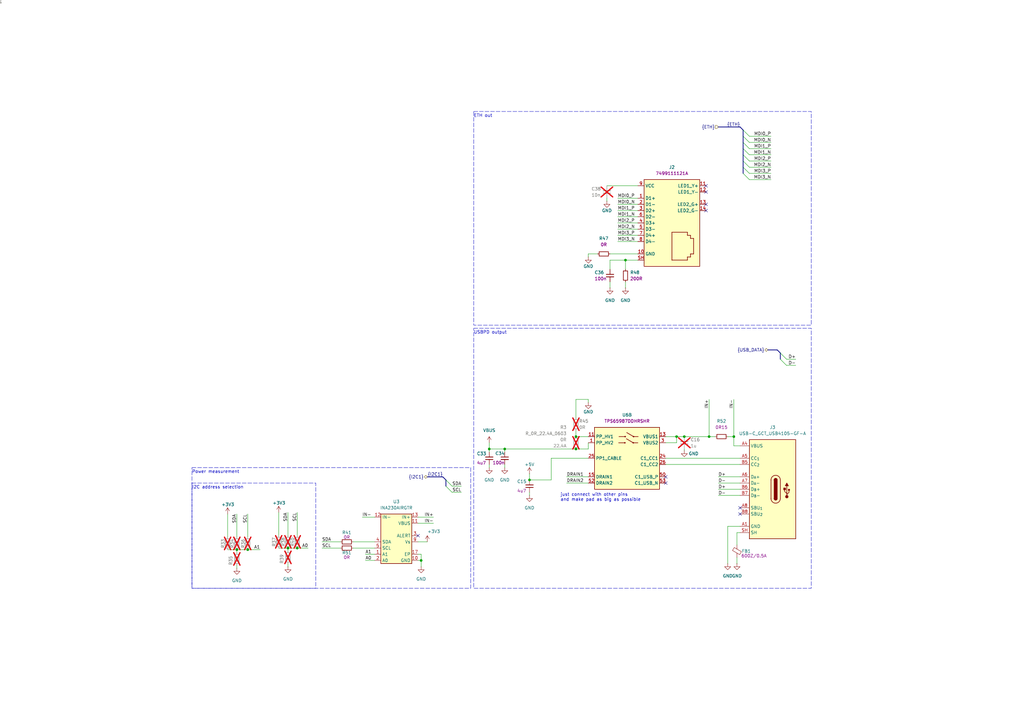
<source format=kicad_sch>
(kicad_sch (version 20230121) (generator eeschema)
  (paper "A3")
  (lib_symbols
    (symbol "C_100n_0402_1" (pin_numbers hide) (pin_names hide)
      (property "Reference" "C" (at 20.32 -5.08 0))
      (property "Val" "100n" (at 20.32 -7.62 0))
      (symbol "C_100n_0402_1_0_1"
        (polyline (pts (xy 2.032 -1.524) (xy 2.032 1.524)) (stroke (width 0.3048)))
        (polyline (pts (xy 3.048 -1.524) (xy 3.048 1.524)) (stroke (width 0.3302)))
      )
      (symbol "C_100n_0402_1_1_1"
        (pin passive line (at 0 0 0) (length 2.032) (name "~") (number "1"))
        (pin passive line (at 5.08 0 180) (length 2.032) (name "~") (number "2"))
      )
    )
    (symbol "antmicroCapacitors0402:C_100n_0402" (pin_numbers hide) (pin_names hide)
      (property "Reference" "C" (at 20.32 -5.08 0))
      (property "Val" "100n" (at 20.32 -7.62 0))
      (symbol "C_100n_0402_0_1"
        (polyline (pts (xy 2.032 -1.524) (xy 2.032 1.524)) (stroke (width 0.3048)))
        (polyline (pts (xy 3.048 -1.524) (xy 3.048 1.524)) (stroke (width 0.3302)))
      )
      (symbol "C_100n_0402_1_1"
        (pin passive line (at 0 0 0) (length 2.032) (name "~") (number "1"))
        (pin passive line (at 5.08 0 180) (length 2.032) (name "~") (number "2"))
      )
    )
    (symbol "antmicroCapacitors0402:C_1u_25V_0402" (pin_numbers hide) (pin_names hide)
      (property "Reference" "C" (at 20.32 -5.08 0))
      (property "Val" "1u" (at 20.32 -7.62 0))
      (symbol "C_1u_25V_0402_0_1"
        (polyline (pts (xy 2.032 -1.524) (xy 2.032 1.524)) (stroke (width 0.3048)))
        (polyline (pts (xy 3.048 -1.524) (xy 3.048 1.524)) (stroke (width 0.3302)))
      )
      (symbol "C_1u_25V_0402_1_1"
        (pin passive line (at 0 0 0) (length 2.032) (name "~") (number "1"))
        (pin passive line (at 5.08 0 180) (length 2.032) (name "~") (number "2"))
      )
    )
    (symbol "antmicroCapacitors0402:C_4u7_25V_0402" (pin_numbers hide) (pin_names hide)
      (property "Reference" "C" (at 20.32 -5.08 0))
      (property "Val" "4u7" (at 20.32 -7.62 0))
      (symbol "C_4u7_25V_0402_0_1"
        (polyline (pts (xy 2.032 -1.524) (xy 2.032 1.524)) (stroke (width 0.3048)))
        (polyline (pts (xy 3.048 -1.524) (xy 3.048 1.524)) (stroke (width 0.3302)))
      )
      (symbol "C_4u7_25V_0402_1_1"
        (pin passive line (at 0 0 0) (length 2.032) (name "~") (number "1"))
        (pin passive line (at 5.08 0 180) (length 2.032) (name "~") (number "2"))
      )
    )
    (symbol "antmicroCapacitors0603:C_10n_0603" (pin_numbers hide) (pin_names hide)
      (property "Reference" "C" (at 20.32 -5.08 0))
      (property "Val" "10n" (at 20.32 -7.62 0))
      (symbol "C_10n_0603_0_1"
        (polyline (pts (xy 2.032 -1.524) (xy 2.032 1.524)) (stroke (width 0.3048)))
        (polyline (pts (xy 3.048 -1.524) (xy 3.048 1.524)) (stroke (width 0.3302)))
      )
      (symbol "C_10n_0603_1_1"
        (pin passive line (at 0 0 0) (length 2.032) (name "~") (number "1"))
        (pin passive line (at 5.08 0 180) (length 2.032) (name "~") (number "2"))
      )
    )
    (symbol "antmicroFerriteBeadsandChips:FB_600Z_0.5A_Murata-BLM18AG_0603" (pin_numbers hide) (pin_names hide)
      (property "Reference" "FB" (at 15.24 0 0))
      (property "Val" "600Z/0.5A" (at 15.24 -5.08 0))
      (symbol "FB_600Z_0.5A_Murata-BLM18AG_0603_0_1"
        (polyline (pts (xy 1.651 0) (xy 1.2446 0)))
        (polyline (pts (xy 3.81 0) (xy 3.3274 0)))
        (polyline (pts (xy 2.2606 -1.8288) (xy 1.0414 -1.1176) (xy 2.7432 1.8288) (xy 3.9624 1.1176) (xy 2.2606 -1.8288)))
      )
      (symbol "FB_600Z_0.5A_Murata-BLM18AG_0603_1_1"
        (pin passive line (at 0 0 0) (length 1.27) (name "~") (number "1"))
        (pin passive line (at 5.08 0 180) (length 1.27) (name "~") (number "2"))
      )
    )
    (symbol "antmicroInterfaceControllers:TPS65987DDHRSHR"
      (property "Reference" "U" (at 50.8 5.08 0))
      (property "MPN" "TPS65987DDHRSHR" (at 50.8 2.54 0))
      (symbol "TPS65987DDHRSHR_1_1"
        (rectangle (start 2.54 2.54) (end 33.02 -76.2) (stroke (width 0.254)) (fill (type background)))
        (pin input line (at 0 -34.29 0) (length 2.54) (name "ADCIN2") (number "10"))
        (pin bidirectional line (at 35.56 0 180) (length 2.54) (name "GPIO0") (number "16"))
        (pin bidirectional line (at 35.56 -2.54 180) (length 2.54) (name "GPIO1") (number "17"))
        (pin bidirectional line (at 35.56 -5.08 180) (length 2.54) (name "GPIO2") (number "18"))
        (pin power_in line (at 0 -71.12 0) (length 2.54) (name "GND") (number "20"))
        (pin bidirectional line (at 35.56 -13.97 180) (length 2.54) (name "I2C3_SCL") (number "21"))
        (pin bidirectional line (at 35.56 -16.51 180) (length 2.54) (name "I2C3_SDA") (number "22"))
        (pin bidirectional line (at 35.56 -19.05 180) (length 2.54) (name "~{I2C3_IRQ}") (number "23"))
        (pin bidirectional line (at 35.56 -60.96 180) (length 2.54) (name "I2C1_SCL") (number "27"))
        (pin bidirectional line (at 35.56 -63.5 180) (length 2.54) (name "I2C1_SDA") (number "28"))
        (pin output line (at 35.56 -58.42 180) (length 2.54) (name "~{I2C1_IRQ}") (number "29"))
        (pin bidirectional line (at 35.56 -7.62 180) (length 2.54) (name "GPIO3") (number "30"))
        (pin bidirectional line (at 35.56 -10.16 180) (length 2.54) (name "GPIO4") (number "31"))
        (pin bidirectional line (at 35.56 -71.12 180) (length 2.54) (name "I2C2_SCL") (number "32"))
        (pin bidirectional line (at 35.56 -73.66 180) (length 2.54) (name "I2C2_SDA") (number "33"))
        (pin output line (at 35.56 -68.58 180) (length 2.54) (name "~{I2C2_IRQ}") (number "34"))
        (pin power_out line (at 0 -2.54 0) (length 2.54) (name "LDO_1V8") (number "35"))
        (pin bidirectional line (at 35.56 -22.86 180) (length 2.54) (name "SPI_POCI") (number "36"))
        (pin bidirectional line (at 35.56 -25.4 180) (length 2.54) (name "SPI_PICO") (number "37"))
        (pin bidirectional line (at 35.56 -27.94 180) (length 2.54) (name "SPI_CLK") (number "38"))
        (pin bidirectional line (at 35.56 -30.48 180) (length 2.54) (name "~{SPI_CS}") (number "39"))
        (pin bidirectional line (at 35.56 -34.29 180) (length 2.54) (name "GPIO12") (number "40"))
        (pin bidirectional line (at 35.56 -36.83 180) (length 2.54) (name "GPIO13") (number "41"))
        (pin bidirectional line (at 35.56 -39.37 180) (length 2.54) (name "GPIO14") (number "42"))
        (pin bidirectional line (at 35.56 -41.91 180) (length 2.54) (name "GPIO15") (number "43"))
        (pin input line (at 0 -13.97 0) (length 2.54) (name "HRESET") (number "44"))
        (pin passive line (at 0 -71.12 0) (length 2.54) hide (name "GND") (number "45"))
        (pin passive line (at 0 -71.12 0) (length 2.54) hide (name "GND") (number "46"))
        (pin passive line (at 0 -71.12 0) (length 2.54) hide (name "GND") (number "47"))
        (pin bidirectional line (at 35.56 -44.45 180) (length 2.54) (name "GPIO16") (number "48"))
        (pin bidirectional line (at 35.56 -46.99 180) (length 2.54) (name "GPIO17") (number "49"))
        (pin power_in line (at 0 0 0) (length 2.54) (name "VIN_3V3") (number "5"))
        (pin passive line (at 0 -71.12 0) (length 2.54) hide (name "GND") (number "51"))
        (pin bidirectional line (at 35.56 -52.07 180) (length 2.54) (name "GPIO20") (number "54"))
        (pin bidirectional line (at 35.56 -54.61 180) (length 2.54) (name "GPIO21") (number "55"))
        (pin power_in line (at 0 -73.66 0) (length 2.54) (name "GND_EP") (number "59"))
        (pin input line (at 0 -22.86 0) (length 2.54) (name "ADCIN1") (number "6"))
        (pin power_out line (at 0 -5.08 0) (length 2.54) (name "LDO_3V3") (number "9"))
      )
      (symbol "TPS65987DDHRSHR_2_1"
        (polyline (pts (xy 11.303 0) (xy 13.208 0)) (stroke (width 0.254)) (fill (type background)))
        (polyline (pts (xy 11.43 -2.54) (xy 13.335 -2.54)) (stroke (width 0.254)) (fill (type background)))
        (polyline (pts (xy 13.208 0) (xy 16.002 1.651)) (stroke (width 0.254)) (fill (type background)))
        (polyline (pts (xy 13.335 -2.54) (xy 16.129 -0.889)) (stroke (width 0.254)) (fill (type background)))
        (polyline (pts (xy 19.177 0) (xy 16.637 0)) (stroke (width 0.254)) (fill (type background)))
        (polyline (pts (xy 19.304 -2.54) (xy 16.764 -2.54)) (stroke (width 0.254)) (fill (type background)))
        (rectangle (start 2.54 3.81) (end 29.21 -21.59) (stroke (width 0.254)) (fill (type background)))
        (circle (center 13.208 0) (radius 0.1796) (stroke (width 0.254)) (fill (type background)))
        (circle (center 13.335 -2.54) (radius 0.1796) (stroke (width 0.254)) (fill (type background)))
        (circle (center 16.637 0) (radius 0.1796) (stroke (width 0.254)) (fill (type background)))
        (circle (center 16.764 -2.54) (radius 0.1796) (stroke (width 0.254)) (fill (type background)))
        (pin bidirectional line (at 31.75 -2.54 180) (length 2.54) (name "PP_HV2") (number "1"))
        (pin bidirectional line (at 31.75 0 180) (length 2.54) (name "PP_HV1") (number "11"))
        (pin bidirectional line (at 0 0 0) (length 2.54) (name "VBUS1") (number "13"))
        (pin passive line (at 31.75 -16.51 180) (length 2.54) (name "DRAIN1") (number "15"))
        (pin passive line (at 31.75 -16.51 180) (length 2.54) hide (name "DRAIN1") (number "19"))
        (pin bidirectional line (at 0 -8.89 0) (length 2.54) (name "C1_CC1") (number "24"))
        (pin power_in line (at 31.75 -8.89 180) (length 2.54) (name "PP1_CABLE") (number "25"))
        (pin bidirectional line (at 0 -11.43 0) (length 2.54) (name "C1_CC2") (number "26"))
        (pin bidirectional line (at 0 -2.54 0) (length 2.54) (name "VBUS2") (number "3"))
        (pin bidirectional line (at 0 -16.51 0) (length 2.54) (name "C1_USB_P") (number "50"))
        (pin passive line (at 31.75 -19.05 180) (length 2.54) (name "DRAIN2") (number "52"))
        (pin bidirectional line (at 0 -19.05 0) (length 2.54) (name "C1_USB_N") (number "53"))
        (pin passive line (at 31.75 -19.05 180) (length 2.54) hide (name "DRAIN2") (number "56"))
        (pin passive line (at 31.75 -19.05 180) (length 2.54) hide (name "DRAIN2") (number "57"))
        (pin passive line (at 31.75 -16.51 180) (length 2.54) hide (name "DRAIN1") (number "58"))
        (pin passive line (at 31.75 -19.05 180) (length 2.54) hide (name "DRAIN2") (number "7"))
        (pin passive line (at 31.75 -16.51 180) (length 2.54) hide (name "DRAIN1") (number "8"))
      )
    )
    (symbol "antmicroModularConnectorsJacksWithMagnetics:Bus_RJ45_7499111121A"
      (property "Reference" "J" (at 41.91 0 0))
      (property "MPN" "7499111121A" (at 41.91 -10.16 0))
      (symbol "Bus_RJ45_7499111121A_1_1"
        (polyline (pts (xy 13.97 -30.48) (xy 13.97 -19.05)) (stroke (width 0.254)) (fill (type background)))
        (polyline (pts (xy 13.97 -19.05) (xy 20.32 -19.05)) (stroke (width 0.254)) (fill (type background)))
        (polyline (pts (xy 20.32 -30.48) (xy 13.97 -30.48)) (stroke (width 0.254)) (fill (type background)))
        (polyline (pts (xy 20.32 -30.48) (xy 20.32 -29.21)) (stroke (width 0.254)) (fill (type background)))
        (polyline (pts (xy 20.32 -29.21) (xy 21.59 -29.21)) (stroke (width 0.254)) (fill (type background)))
        (polyline (pts (xy 20.32 -20.32) (xy 21.59 -20.32)) (stroke (width 0.254)) (fill (type background)))
        (polyline (pts (xy 20.32 -19.05) (xy 20.32 -20.32)) (stroke (width 0.254)) (fill (type background)))
        (polyline (pts (xy 21.59 -29.21) (xy 21.59 -27.94)) (stroke (width 0.254)) (fill (type background)))
        (polyline (pts (xy 21.59 -27.94) (xy 22.86 -27.94)) (stroke (width 0.254)) (fill (type background)))
        (polyline (pts (xy 21.59 -21.59) (xy 22.86 -21.59)) (stroke (width 0.254)) (fill (type background)))
        (polyline (pts (xy 21.59 -20.32) (xy 21.59 -21.59)) (stroke (width 0.254)) (fill (type background)))
        (polyline (pts (xy 22.86 -21.59) (xy 22.86 -27.94)) (stroke (width 0.254)) (fill (type background)))
        (rectangle (start 2.54 2.54) (end 25.4 -33.02) (stroke (width 0.254)) (fill (type background)))
        (pin bidirectional line (at 0 -5.08 0) (length 2.54) (name "D1+") (number "1"))
        (pin power_in line (at 0 -27.94 0) (length 2.54) (name "GND") (number "10"))
        (pin passive line (at 27.94 0 180) (length 2.54) (name "LED1_Y+") (number "11"))
        (pin passive line (at 27.94 -2.54 180) (length 2.54) (name "LED1_Y-") (number "12"))
        (pin passive line (at 27.94 -7.62 180) (length 2.54) (name "LED2_G+") (number "13"))
        (pin passive line (at 27.94 -10.16 180) (length 2.54) (name "LED2_G-") (number "14"))
        (pin bidirectional line (at 0 -7.62 0) (length 2.54) (name "D1-") (number "2"))
        (pin bidirectional line (at 0 -10.16 0) (length 2.54) (name "D2+") (number "3"))
        (pin bidirectional line (at 0 -15.24 0) (length 2.54) (name "D3+") (number "4"))
        (pin bidirectional line (at 0 -17.78 0) (length 2.54) (name "D3-") (number "5"))
        (pin bidirectional line (at 0 -12.7 0) (length 2.54) (name "D2-") (number "6"))
        (pin bidirectional line (at 0 -20.32 0) (length 2.54) (name "D4+") (number "7"))
        (pin bidirectional line (at 0 -22.86 0) (length 2.54) (name "D4-") (number "8"))
        (pin power_in line (at 0 0 0) (length 2.54) (name "VCC") (number "9"))
        (pin passive line (at 0 -30.48 0) (length 2.54) (name "~") (number "SH"))
        (pin passive line (at 0 -30.48 0) (length 2.54) hide (name "~") (number "SH"))
      )
    )
    (symbol "antmicroPowerMeasurement:INA230AIRGTR"
      (property "Reference" "U" (at 31.75 -2.54 0))
      (property "Value" "INA230AIRGTR" (at 31.75 -15.24 0))
      (symbol "INA230AIRGTR_1_1"
        (rectangle (start 2.54 0) (end 15.24 -20.32) (stroke (width 0.254)) (fill (type background)))
        (pin input line (at 0 -16.51 0) (length 2.54) (name "A1") (number "1"))
        (pin power_in line (at 17.78 -19.05 180) (length 2.54) (name "GND") (number "10"))
        (pin passive line (at 17.78 -3.81 180) (length 2.54) (name "VBUS") (number "11"))
        (pin passive line (at 0 -1.27 0) (length 2.54) (name "IN-") (number "12"))
        (pin passive line (at 17.78 -1.27 180) (length 2.54) (name "IN+") (number "13"))
        (pin no_connect line (at 5.08 6.35 270) (length 2.54) hide (name "NC") (number "14"))
        (pin no_connect line (at 15.24 6.35 270) (length 2.54) hide (name "NC") (number "15"))
        (pin no_connect line (at 12.7 6.35 270) (length 2.54) hide (name "NC") (number "16"))
        (pin unspecified line (at 17.78 -16.51 180) (length 2.54) (name "EP") (number "17"))
        (pin input line (at 0 -19.05 0) (length 2.54) (name "A0") (number "2"))
        (pin open_collector line (at 17.78 -8.89 180) (length 2.54) (name "ALERT") (number "3"))
        (pin open_collector line (at 0 -11.43 0) (length 2.54) (name "SDA") (number "4"))
        (pin open_collector line (at 0 -13.97 0) (length 2.54) (name "SCL") (number "5"))
        (pin no_connect line (at 7.62 6.35 270) (length 2.54) hide (name "NC") (number "6"))
        (pin no_connect line (at 2.54 6.35 270) (length 2.54) hide (name "NC") (number "7"))
        (pin no_connect line (at 10.16 6.35 270) (length 2.54) hide (name "NC") (number "8"))
        (pin power_in line (at 17.78 -11.43 180) (length 2.54) (name "Vs") (number "9"))
      )
    )
    (symbol "antmicroResistors0402:R_0R_0402" (pin_numbers hide) (pin_names hide)
      (property "Reference" "R" (at 20.32 -5.08 0))
      (property "Val" "0R" (at 20.32 -7.62 0))
      (symbol "R_0R_0402_0_1"
        (rectangle (start 0.635 0.889) (end 4.445 -0.889) (stroke (width 0.254)))
      )
      (symbol "R_0R_0402_1_1"
        (pin passive line (at 0 0 0) (length 0.635) (name "~") (number "1"))
        (pin passive line (at 5.08 0 180) (length 0.635) (name "~") (number "2"))
      )
    )
    (symbol "antmicroResistors0402:R_200R_0402" (pin_numbers hide) (pin_names hide)
      (property "Reference" "R" (at 20.32 -5.08 0))
      (property "Val" "200R" (at 20.32 -7.62 0))
      (symbol "R_200R_0402_0_1"
        (rectangle (start 0.635 0.889) (end 4.445 -0.889) (stroke (width 0.254)))
      )
      (symbol "R_200R_0402_1_1"
        (pin passive line (at 0 0 0) (length 0.635) (name "~") (number "1"))
        (pin passive line (at 5.08 0 180) (length 0.635) (name "~") (number "2"))
      )
    )
    (symbol "antmicroResistors0603:R_0R_22.4A_0603" (pin_numbers hide) (pin_names hide)
      (property "Reference" "R" (at 15.24 -2.54 0))
      (property "Value" "R_0R_22.4A_0603" (at 15.24 -5.08 0))
      (property "Val" "0R" (at 15.24 -7.62 0))
      (property "Max. Curr." "22.4A" (at 15.24 -20.32 0))
      (symbol "R_0R_22.4A_0603_0_1"
        (rectangle (start 0.635 0.889) (end 4.445 -0.889) (stroke (width 0.254)))
      )
      (symbol "R_0R_22.4A_0603_1_1"
        (pin passive line (at 0 0 0) (length 0.635) (name "~") (number "1"))
        (pin passive line (at 5.08 0 180) (length 0.635) (name "~") (number "2"))
      )
    )
    (symbol "antmicroResistorsmisc:R_0R15_2010" (pin_numbers hide) (pin_names hide)
      (property "Reference" "R" (at 20.32 -5.08 0))
      (property "Val" "0R15" (at 20.32 -7.62 0))
      (symbol "R_0R15_2010_0_1"
        (rectangle (start 0.635 0.889) (end 4.445 -0.889) (stroke (width 0.254)))
      )
      (symbol "R_0R15_2010_1_1"
        (pin passive line (at 0 0 0) (length 0.635) (name "~") (number "1"))
        (pin passive line (at 5.08 0 180) (length 0.635) (name "~") (number "2"))
      )
    )
    (symbol "antmicroUSBConnectors:USB-C_GCT_USB4105-GF-A"
      (property "Reference" "J" (at 38.1 -2.54 0))
      (property "Value" "USB-C_GCT_USB4105-GF-A" (at 38.1 -5.08 0))
      (symbol "USB-C_GCT_USB4105-GF-A_1_1"
        (rectangle (start -22.86 2.54) (end -3.81 -38.1) (stroke (width 0.254)) (fill (type background)))
        (circle (center -20.066 -18.034) (radius 0.284) (stroke (width 0.254)) (fill (type outline)))
        (circle (center -19.177 -20.828) (radius 0.5236) (stroke (width 0.254)) (fill (type outline)))
        (rectangle (start -18.669 -18.034) (end -17.907 -17.272) (stroke (width 0.254)) (fill (type outline)))
        (arc (start -16.51 -21.59) (mid -14.605 -23.4867) (end -12.7 -21.59) (stroke (width 0.254)) (fill (type background)))
        (arc (start -15.24 -21.59) (mid -14.605 -22.2223) (end -13.97 -21.59) (stroke (width 0.254)) (fill (type outline)))
        (arc (start -15.24 -21.59) (mid -14.605 -22.2223) (end -13.97 -21.59) (stroke (width 0.254)) (fill (type background)))
        (rectangle (start -15.24 -21.59) (end -13.97 -13.97) (stroke (width 0.254)) (fill (type outline)))
        (arc (start -13.97 -13.97) (mid -14.605 -13.3377) (end -15.24 -13.97) (stroke (width 0.254)) (fill (type outline)))
        (arc (start -13.97 -13.97) (mid -14.605 -13.3377) (end -15.24 -13.97) (stroke (width 0.254)) (fill (type background)))
        (arc (start -12.7 -13.97) (mid -14.605 -12.0733) (end -16.51 -13.97) (stroke (width 0.254)) (fill (type background)))
        (polyline (pts (xy -19.177 -20.701) (xy -19.177 -16.383)) (stroke (width 0.254)) (fill (type background)))
        (polyline (pts (xy -16.51 -21.59) (xy -16.51 -13.97)) (stroke (width 0.254)) (fill (type background)))
        (polyline (pts (xy -12.7 -13.97) (xy -12.7 -21.59)) (stroke (width 0.254)) (fill (type background)))
        (polyline (pts (xy -19.177 -19.939) (xy -20.066 -19.05) (xy -20.066 -18.415)) (stroke (width 0.254)) (fill (type background)))
        (polyline (pts (xy -19.177 -19.558) (xy -18.288 -18.669) (xy -18.288 -18.034)) (stroke (width 0.254)) (fill (type background)))
        (polyline (pts (xy -19.812 -16.383) (xy -19.177 -15.24) (xy -18.542 -16.383) (xy -19.812 -16.383)) (stroke (width 0.254)) (fill (type outline)))
        (pin power_in line (at 0 -33.02 180) (length 3.81) (name "GND") (number "A1"))
        (pin passive line (at 0 -33.02 180) (length 3.81) hide (name "GND") (number "A12"))
        (pin passive line (at 0 0 180) (length 3.81) (name "VBUS") (number "A4"))
        (pin bidirectional line (at 0 -5.08 180) (length 3.81) (name "CC_{1}") (number "A5"))
        (pin bidirectional line (at 0 -12.7 180) (length 3.81) (name "D_{A}+") (number "A6"))
        (pin bidirectional line (at 0 -15.24 180) (length 3.81) (name "D_{A}-") (number "A7"))
        (pin bidirectional line (at 0 -25.4 180) (length 3.81) (name "SBU_{1}") (number "A8"))
        (pin passive line (at 0 0 180) (length 3.81) hide (name "VBUS") (number "A9"))
        (pin passive line (at 0 -33.02 180) (length 3.81) hide (name "GND") (number "B1"))
        (pin passive line (at 0 -33.02 180) (length 3.81) hide (name "GND") (number "B12"))
        (pin passive line (at 0 0 180) (length 3.81) hide (name "VBUS") (number "B4"))
        (pin bidirectional line (at 0 -7.62 180) (length 3.81) (name "CC_{2}") (number "B5"))
        (pin bidirectional line (at 0 -17.78 180) (length 3.81) (name "D_{B}+") (number "B6"))
        (pin bidirectional line (at 0 -20.32 180) (length 3.81) (name "D_{B}-") (number "B7"))
        (pin bidirectional line (at 0 -27.94 180) (length 3.81) (name "SBU_{2}") (number "B8"))
        (pin passive line (at 0 0 180) (length 3.81) hide (name "VBUS") (number "B9"))
        (pin passive line (at 0 -35.56 180) (length 3.81) (name "SH") (number "SH"))
      )
    )
    (symbol "antmicropower:+3V3" (power) (pin_numbers hide) (pin_names hide)
      (property "Value" "+3V3" (at -3.175 2.54 0))
      (symbol "+3V3_0_1"
        (polyline (pts (xy 0 0) (xy 0 2.54)))
        (polyline (pts (xy 0 2.54) (xy -0.762 1.27)))
        (polyline (pts (xy 0 2.54) (xy 0.762 1.27)))
      )
      (symbol "+3V3_1_1"
        (pin power_in line (at 0 0 90) (length 0) hide (name "+3V3") (number "1"))
      )
    )
    (symbol "antmicropower:+5V" (power) (pin_numbers hide) (pin_names hide)
      (property "Value" "+5V" (at 15.24 -5.08 0))
      (symbol "+5V_1_1"
        (polyline (pts (xy -0.762 1.27) (xy 0 2.54)) (fill (type background)))
        (polyline (pts (xy 0 0) (xy 0 2.54)) (fill (type background)))
        (polyline (pts (xy 0 2.54) (xy 0.762 1.27)) (fill (type background)))
        (pin power_in line (at 0 0 90) (length 0) (name "+5V") (number "1"))
      )
    )
    (symbol "antmicropower:GND" (power) (pin_numbers hide) (pin_names hide)
      (property "Value" "GND" (at 8.89 -5.08 0))
      (symbol "GND_1_1"
        (polyline (pts (xy 0 0) (xy 0 -1.27) (xy 1.27 -1.27) (xy 0 -2.54) (xy -1.27 -1.27) (xy 0 -1.27)))
        (pin power_in line (at 0 0 270) (length 0) (name "GND") (number "1"))
      )
    )
    (symbol "antmicropower:VBUS" (power) (pin_names (offset 0))
      (property "Value" "VBUS" (at 0 3.81 0))
      (symbol "VBUS_0_1"
        (polyline (pts (xy -0.762 1.27) (xy 0 2.54)))
        (polyline (pts (xy 0 0) (xy 0 2.54)))
        (polyline (pts (xy 0 2.54) (xy 0.762 1.27)))
      )
      (symbol "VBUS_1_1"
        (pin power_in line (at 0 0 90) (length 0) hide (name "VBUS") (number "1"))
      )
    )
  )
  (junction (at 97.155 225.425))
  (junction (at 277.495 179.07))
  (junction (at 280.67 179.07))
  (junction (at 300.99 179.07))
  (junction (at 101.6 225.425))
  (junction (at 256.54 106.68))
  (junction (at 217.17 196.85))
  (junction (at 236.22 184.15))
  (junction (at 172.72 229.87))
  (junction (at 121.92 224.79))
  (junction (at 236.22 179.07))
  (junction (at 200.66 184.15))
  (junction (at 290.83 179.07))
  (junction (at 207.01 184.15))
  (junction (at 118.11 224.79))
  (no_connect (at 303.53 210.82))
  (no_connect (at 273.05 195.58))
  (no_connect (at 171.45 219.71))
  (no_connect (at 289.56 83.82))
  (no_connect (at 289.56 78.74))
  (no_connect (at 303.53 208.28))
  (no_connect (at 289.56 86.36))
  (no_connect (at 273.05 198.12))
  (no_connect (at 289.56 76.2))
  (bus_entry (at 322.58 147.32) (size -2.54 -2.54))
  (bus_entry (at 304.8 53.34) (size 2.54 2.54))
  (bus_entry (at 304.8 63.5) (size 2.54 2.54))
  (bus_entry (at 185.42 201.93) (size -2.54 -2.54))
  (bus_entry (at 185.42 199.39) (size -2.54 -2.54))
  (bus_entry (at 304.8 60.96) (size 2.54 2.54))
  (bus_entry (at 322.58 149.86) (size -2.54 -2.54))
  (bus_entry (at 304.8 66.04) (size 2.54 2.54))
  (bus_entry (at 304.8 58.42) (size 2.54 2.54))
  (bus_entry (at 304.8 68.58) (size 2.54 2.54))
  (bus_entry (at 304.8 71.12) (size 2.54 2.54))
  (bus_entry (at 304.8 55.88) (size 2.54 2.54))
  (wire (pts (xy 298.45 215.9) (xy 298.45 231.14)))
  (wire (pts (xy 316.23 63.5) (xy 307.34 63.5)))
  (wire (pts (xy 207.01 190.5) (xy 207.01 191.77)))
  (wire (pts (xy 185.42 201.93) (xy 189.23 201.93)))
  (wire (pts (xy 200.66 184.15) (xy 207.01 184.15)))
  (wire (pts (xy 121.92 224.79) (xy 126.365 224.79)))
  (wire (pts (xy 322.58 147.32) (xy 326.39 147.32)))
  (wire (pts (xy 149.86 229.87) (xy 153.67 229.87)))
  (wire (pts (xy 207.01 184.15) (xy 236.22 184.15)))
  (wire (pts (xy 273.05 190.5) (xy 303.53 190.5)))
  (bus (pts (xy 304.8 60.96) (xy 304.8 63.5)))
  (wire (pts (xy 232.41 198.12) (xy 241.3 198.12)))
  (wire (pts (xy 200.66 190.5) (xy 200.66 191.77)))
  (wire (pts (xy 290.83 179.07) (xy 293.37 179.07)))
  (bus (pts (xy 304.8 58.42) (xy 304.8 60.96)))
  (wire (pts (xy 172.72 229.87) (xy 171.45 229.87)))
  (wire (pts (xy 97.155 225.425) (xy 97.155 226.695)))
  (wire (pts (xy 316.23 73.66) (xy 307.34 73.66)))
  (bus (pts (xy 304.8 53.34) (xy 303.53 52.07)))
  (bus (pts (xy 304.8 55.88) (xy 304.8 58.42)))
  (wire (pts (xy 294.64 200.66) (xy 303.53 200.66)))
  (wire (pts (xy 302.26 228.6) (xy 302.26 231.14)))
  (wire (pts (xy 241.3 181.61) (xy 241.3 184.15)))
  (wire (pts (xy 248.92 81.28) (xy 248.92 82.55)))
  (wire (pts (xy 256.54 110.49) (xy 256.54 106.68)))
  (wire (pts (xy 277.495 179.07) (xy 280.67 179.07)))
  (wire (pts (xy 171.45 227.33) (xy 172.72 227.33)))
  (wire (pts (xy 241.3 104.14) (xy 241.3 105.41)))
  (wire (pts (xy 261.62 86.36) (xy 253.365 86.36)))
  (wire (pts (xy 273.05 181.61) (xy 277.495 181.61)))
  (wire (pts (xy 144.78 224.79) (xy 153.67 224.79)))
  (wire (pts (xy 316.23 60.96) (xy 307.34 60.96)))
  (wire (pts (xy 97.155 231.775) (xy 97.155 233.045)))
  (wire (pts (xy 101.6 210.82) (xy 101.6 220.345)))
  (wire (pts (xy 93.345 225.425) (xy 97.155 225.425)))
  (wire (pts (xy 294.64 195.58) (xy 303.53 195.58)))
  (wire (pts (xy 277.495 181.61) (xy 277.495 179.07)))
  (wire (pts (xy 256.54 115.57) (xy 256.54 118.11)))
  (wire (pts (xy 207.01 184.15) (xy 207.01 185.42)))
  (wire (pts (xy 217.17 194.31) (xy 217.17 196.85)))
  (wire (pts (xy 316.23 66.04) (xy 307.34 66.04)))
  (wire (pts (xy 171.45 212.09) (xy 177.8 212.09)))
  (wire (pts (xy 261.62 76.2) (xy 248.92 76.2)))
  (wire (pts (xy 273.05 179.07) (xy 277.495 179.07)))
  (wire (pts (xy 114.3 210.185) (xy 114.3 219.71)))
  (wire (pts (xy 236.22 184.15) (xy 241.3 184.15)))
  (wire (pts (xy 118.11 224.79) (xy 121.92 224.79)))
  (wire (pts (xy 236.22 171.45) (xy 236.22 163.83)))
  (wire (pts (xy 185.42 199.39) (xy 189.23 199.39)))
  (wire (pts (xy 250.19 106.68) (xy 256.54 106.68)))
  (wire (pts (xy 261.62 96.52) (xy 253.365 96.52)))
  (wire (pts (xy 250.19 106.68) (xy 250.19 110.49)))
  (wire (pts (xy 261.62 91.44) (xy 253.365 91.44)))
  (wire (pts (xy 149.86 227.33) (xy 153.67 227.33)))
  (wire (pts (xy 261.62 83.82) (xy 253.365 83.82)))
  (wire (pts (xy 261.62 93.98) (xy 253.365 93.98)))
  (wire (pts (xy 290.83 163.83) (xy 290.83 179.07)))
  (wire (pts (xy 226.06 196.85) (xy 226.06 187.96)))
  (wire (pts (xy 118.11 210.185) (xy 118.11 219.71)))
  (wire (pts (xy 302.26 218.44) (xy 302.26 223.52)))
  (bus (pts (xy 294.64 52.07) (xy 303.53 52.07)))
  (wire (pts (xy 118.11 231.14) (xy 118.11 232.41)))
  (wire (pts (xy 294.64 203.2) (xy 303.53 203.2)))
  (bus (pts (xy 175.26 195.58) (xy 181.61 195.58)))
  (wire (pts (xy 236.22 163.83) (xy 241.3 163.83)))
  (wire (pts (xy 250.19 115.57) (xy 250.19 118.11)))
  (wire (pts (xy 217.17 196.85) (xy 226.06 196.85)))
  (wire (pts (xy 280.67 179.07) (xy 290.83 179.07)))
  (wire (pts (xy 316.23 58.42) (xy 307.34 58.42)))
  (wire (pts (xy 261.62 88.9) (xy 253.365 88.9)))
  (bus (pts (xy 320.04 144.78) (xy 320.04 147.32)))
  (wire (pts (xy 114.3 224.79) (xy 118.11 224.79)))
  (wire (pts (xy 121.92 210.185) (xy 121.92 219.71)))
  (wire (pts (xy 261.62 104.14) (xy 250.19 104.14)))
  (wire (pts (xy 132.08 224.79) (xy 139.7 224.79)))
  (wire (pts (xy 245.11 104.14) (xy 241.3 104.14)))
  (wire (pts (xy 97.155 225.425) (xy 101.6 225.425)))
  (wire (pts (xy 300.99 182.88) (xy 303.53 182.88)))
  (wire (pts (xy 300.99 179.07) (xy 300.99 182.88)))
  (wire (pts (xy 261.62 99.06) (xy 253.365 99.06)))
  (bus (pts (xy 320.04 144.78) (xy 318.77 143.51)))
  (bus (pts (xy 304.8 53.34) (xy 304.8 55.88)))
  (wire (pts (xy 236.22 176.53) (xy 236.22 179.07)))
  (wire (pts (xy 200.66 181.61) (xy 200.66 184.15)))
  (bus (pts (xy 304.8 66.04) (xy 304.8 68.58)))
  (wire (pts (xy 118.11 224.79) (xy 118.11 226.06)))
  (wire (pts (xy 172.72 227.33) (xy 172.72 229.87)))
  (wire (pts (xy 171.45 222.25) (xy 175.26 222.25)))
  (wire (pts (xy 316.23 71.12) (xy 307.34 71.12)))
  (bus (pts (xy 314.96 143.51) (xy 318.77 143.51)))
  (bus (pts (xy 304.8 63.5) (xy 304.8 66.04)))
  (wire (pts (xy 236.22 179.07) (xy 241.3 179.07)))
  (wire (pts (xy 273.05 187.96) (xy 303.53 187.96)))
  (wire (pts (xy 322.58 149.86) (xy 326.39 149.86)))
  (bus (pts (xy 304.8 68.58) (xy 304.8 71.12)))
  (wire (pts (xy 97.155 210.82) (xy 97.155 220.345)))
  (wire (pts (xy 232.41 195.58) (xy 241.3 195.58)))
  (wire (pts (xy 303.53 215.9) (xy 298.45 215.9)))
  (wire (pts (xy 217.17 201.93) (xy 217.17 203.2)))
  (wire (pts (xy 132.08 222.25) (xy 139.7 222.25)))
  (wire (pts (xy 172.72 232.41) (xy 172.72 229.87)))
  (wire (pts (xy 256.54 106.68) (xy 261.62 106.68)))
  (wire (pts (xy 303.53 218.44) (xy 302.26 218.44)))
  (wire (pts (xy 144.78 222.25) (xy 153.67 222.25)))
  (wire (pts (xy 148.59 212.09) (xy 153.67 212.09)))
  (wire (pts (xy 241.3 163.83) (xy 241.3 165.1)))
  (wire (pts (xy 298.45 179.07) (xy 300.99 179.07)))
  (wire (pts (xy 200.66 184.15) (xy 200.66 185.42)))
  (wire (pts (xy 294.64 198.12) (xy 303.53 198.12)))
  (wire (pts (xy 316.23 68.58) (xy 307.34 68.58)))
  (bus (pts (xy 182.88 196.85) (xy 181.61 195.58)))
  (wire (pts (xy 171.45 214.63) (xy 177.8 214.63)))
  (wire (pts (xy 226.06 187.96) (xy 241.3 187.96)))
  (wire (pts (xy 316.23 55.88) (xy 307.34 55.88)))
  (wire (pts (xy 101.6 225.425) (xy 106.68 225.425)))
  (bus (pts (xy 182.88 199.39) (xy 182.88 196.85)))
  (wire (pts (xy 280.67 184.15) (xy 280.67 184.785)))
  (wire (pts (xy 300.99 163.83) (xy 300.99 179.07)))
  (wire (pts (xy 93.345 210.82) (xy 93.345 220.345)))
  (wire (pts (xy 253.365 81.28) (xy 261.62 81.28)))
  (rectangle (start 78.74 198.12) (end 129.54 241.3) (stroke (width 0) (type dash)))
  (rectangle (start 194.31 45.72) (end 332.74 133.35) (stroke (width 0) (type dash)))
  (rectangle (start 78.74 191.77) (end 193.04 241.3) (stroke (width 0) (type dash)))
  (rectangle (start 194.31 134.62) (end 332.74 241.3) (stroke (width 0) (type dash)))
  (text "just connect with other pins\nand make pad as big as possible" (at 229.87 205.74 0) (effects (font (size 1.27 1.27)) (justify left bottom)))
  (text "Power measurement" (at 78.74 194.31 0) (effects (font (size 1.27 1.27)) (justify left bottom)))
  (text "USBPD output" (at 194.31 137.16 0) (effects (font (size 1.27 1.27)) (justify left bottom)))
  (text "ETH out" (at 194.31 48.26 0) (effects (font (size 1.27 1.27)) (justify left bottom)))
  (text "I2C address selection" (at 78.74 200.66 0) (effects (font (size 1.27 1.27)) (justify left bottom)))
  (label "IN+" (at 290.83 163.83 270))
  (label "IN+" (at 177.8 212.09 180))
  (label "MDI2_P" (at 316.23 66.04 180))
  (label "D-" (at 294.64 203.2 0))
  (label "MDI1_P" (at 253.365 86.36 0))
  (label "MDI0_P" (at 316.23 55.88 180))
  (label "A1" (at 149.86 227.33 0))
  (label "A0" (at 126.365 224.79 180))
  (label "IN-" (at 177.8 214.63 180))
  (label "SCL" (at 132.08 224.79 0))
  (label "IN-" (at 300.99 163.83 270))
  (label "MDI1_N" (at 316.23 63.5 180))
  (label "SDA" (at 132.08 222.25 0))
  (label "A0" (at 149.86 229.87 0))
  (label "MDI1_P" (at 316.23 60.96 180))
  (label "MDI3_P" (at 253.365 96.52 0))
  (label "MDI0_N" (at 253.365 83.82 0))
  (label "D+" (at 326.39 147.32 180))
  (label "DRAIN1" (at 232.41 195.58 0))
  (label "{ETH}" (at 303.53 52.07 180))
  (label "MDI2_P" (at 253.365 91.44 0))
  (label "MDI3_P" (at 316.23 71.12 180))
  (label "SCL" (at 101.6 210.82 270))
  (label "MDI0_P" (at 253.365 81.28 0))
  (label "SDA" (at 118.11 210.185 270))
  (label "D-" (at 294.64 198.12 0))
  (label "SDA" (at 189.23 199.39 180))
  (label "MDI0_N" (at 316.23 58.42 180))
  (label "MDI1_N" (at 253.365 88.9 0))
  (label "SDA" (at 97.155 210.82 270))
  (label "{I2C1}" (at 181.61 195.58 180))
  (label "MDI2_N" (at 316.23 68.58 180))
  (label "DRAIN2" (at 232.41 198.12 0))
  (label "D+" (at 294.64 195.58 0))
  (label "SCL" (at 121.92 210.185 270))
  (label "MDI3_N" (at 253.365 99.06 0))
  (label "SCL" (at 189.23 201.93 180))
  (label "MDI2_N" (at 253.365 93.98 0))
  (label "D+" (at 294.64 200.66 0))
  (label "MDI3_N" (at 316.23 73.66 180))
  (label "A1" (at 106.68 225.425 180))
  (label "IN-" (at 148.59 212.09 0))
  (label "D-" (at 326.39 149.86 180))
  (hierarchical_label "{I2C1}" (shape bidirectional) (at 175.26 195.58 180))
  (hierarchical_label "{USB_DATA}" (shape bidirectional) (at 314.96 143.51 180))
  (hierarchical_label "{ETH}" (shape input) (at 294.64 52.07 180))
  (symbol (lib_id "antmicroResistors0402:R_0R_0402") (at 139.7 222.25 0) (unit 1)
    (property "Reference" "R41" (at 142.24 218.44 0))
    (property "Value" "R_0R_0402" (effects hide))
    (property "Footprint" "antmicro-footprints:R_0402_1005Metric" (effects hide))
    (property "Datasheet" "https://industrial.panasonic.com/cdbs/www-data/pdf/RDA0000/AOA0000C301.pdf" (effects hide))
    (property "MPN" "ERJ2GE0R00X" (effects hide))
    (property "Manufacturer" "Panasonic" (effects hide))
    (property "License" "Apache-2.0" (effects hide))
    (property "Author" "Antmicro" (effects hide))
    (property "Val" "0R" (at 142.24 220.345 0))
    (property "Current" "1A" (effects hide))
  )
  (symbol (lib_id "antmicropower:GND") (at 250.19 118.11 0) (unit 1)
    (property "Reference" "#PWR077" (effects hide))
    (property "Value" "GND" (at 250.19 123.19 0))
    (property "Author" "Antmicro" (effects hide))
    (property "License" "Apache-2.0" (effects hide))
  )
  (symbol (lib_id "antmicropower:GND") (at 298.45 231.14 0) (unit 1)
    (property "Reference" "#PWR070" (effects hide))
    (property "Value" "GND" (at 298.45 236.22 0))
    (property "Author" "Antmicro" (effects hide))
    (property "License" "Apache-2.0" (effects hide))
  )
  (symbol (lib_id "antmicroResistorsmisc:R_0R15_2010") (at 293.37 179.07 0) (unit 1)
    (property "Reference" "R52" (at 295.91 172.72 0))
    (property "Value" "R_0R15_2010" (effects hide))
    (property "Footprint" "antmicro-footprints:R_2010_5025Metric" (effects hide))
    (property "Datasheet" "https://www.bourns.com/docs/product-datasheets/cr.pdf" (effects hide))
    (property "MPN" "CR2010-FX-0R15ELF" (effects hide))
    (property "Manufacturer" "Bourns" (effects hide))
    (property "License" "Apache-2.0" (effects hide))
    (property "Author" "Antmicro" (effects hide))
    (property "Val" "0R15" (at 295.91 175.26 0))
    (property "Tolerance" "1%" (effects hide))
  )
  (symbol (lib_id "antmicropower:GND") (at 280.67 184.785 0) (unit 1)
    (property "Reference" "#PWR069" (effects hide))
    (property "Value" "GND" (at 284.48 186.055 0))
    (property "Author" "Antmicro" (effects hide))
    (property "License" "Apache-2.0" (effects hide))
  )
  (symbol (lib_id "antmicropower:VBUS") (at 200.66 181.61 0) (unit 1)
    (property "Reference" "#PWR068" (effects hide))
    (property "Value" "VBUS" (at 200.66 176.53 0))
  )
  (symbol (lib_id "antmicropower:GND") (at 241.3 165.1 0) (unit 1)
    (property "Reference" "#PWR079" (effects hide))
    (property "Value" "GND" (at 241.3 168.91 0))
    (property "Author" "Antmicro" (effects hide))
    (property "License" "Apache-2.0" (effects hide))
  )
  (symbol (lib_id "antmicroInterfaceControllers:TPS65987DDHRSHR") (at 273.05 179.07 0) (mirror y) (unit 2)
    (property "Reference" "U6" (at 257.175 170.18 0))
    (property "Value" "TPS65987DDHRSHR" (effects hide))
    (property "Footprint" "antmicro-footprints:IC_TPS65987DDHRSHR" (effects hide))
    (property "Datasheet" "https://www.ti.com/lit/ds/symlink/tps65987d.pdf?ts=1720696952762&ref_url=https%253A%252F%252Fwww.ti.com%252Fproduct%252FTPS65987D%253Fbm-verify%253DAAQAAAAJ_____-o1LmU18E_WILkZVvHcuKcPEfFwTS6tlsW23TXkZNPfmEOYosFoIDVa7Oh0Ev5AAtjNRV4ReLn5eUD6s97WJfgAA_3PhpK-eL4wPHvTUXD1m6m55vocQ48bEQGa5RdOjfzwFS_n64Qgq_LV0eCM8BpVDumG4dpzVJRXXmSapYB1T1asOudiO5noPttKmAGgLVVJvd_Rmvs30u_CZ2y8V--rVvb0aqpgdV8xphKy6VS4nXHBIvJslmLIeV6BQAwkbF2aqBvN7X1bD4bCuRQBwj8ZENhQeurU-sJFAEMwDe3QxEmxyKw" (effects hide))
    (property "MPN" "TPS65987DDHRSHR" (at 257.175 172.72 0))
    (property "Manufacturer" "Texas Instruments" (effects hide))
    (property "License" "Apache-2.0" (effects hide))
    (property "Author" "Antmicro" (effects hide))
  )
  (symbol (lib_id "antmicroResistors0402:R_0R_0402") (at 121.92 224.79 90) (unit 1) (in_bom no) (dnp yes)
    (property "Reference" "R40" (at 120.015 220.345 0) (effects (justify right)))
    (property "Value" "R_0R_0402" (effects hide))
    (property "Footprint" "antmicro-footprints:R_0402_1005Metric" (effects hide))
    (property "Datasheet" "https://industrial.panasonic.com/cdbs/www-data/pdf/RDA0000/AOA0000C301.pdf" (effects hide))
    (property "MPN" "ERJ2GE0R00X" (effects hide))
    (property "Manufacturer" "Panasonic" (effects hide))
    (property "License" "Apache-2.0" (effects hide))
    (property "Author" "Antmicro" (effects hide))
    (property "Val" "0R" (at 121.92 220.98 0) (effects (justify right)))
    (property "Current" "1A" (effects hide))
    (property "DNP" "DNP" (at 0.0 0.0 0) (effects (font (size 1.0 1.0))))
  )
  (symbol (lib_id "antmicroResistors0402:R_0R_0402") (at 118.11 224.79 90) (unit 1) (in_bom no) (dnp yes)
    (property "Reference" "R38" (at 116.205 220.345 0) (effects (justify right)))
    (property "Value" "R_0R_0402" (effects hide))
    (property "Footprint" "antmicro-footprints:R_0402_1005Metric" (effects hide))
    (property "Datasheet" "https://industrial.panasonic.com/cdbs/www-data/pdf/RDA0000/AOA0000C301.pdf" (effects hide))
    (property "MPN" "ERJ2GE0R00X" (effects hide))
    (property "Manufacturer" "Panasonic" (effects hide))
    (property "License" "Apache-2.0" (effects hide))
    (property "Author" "Antmicro" (effects hide))
    (property "Val" "0R" (at 118.11 220.98 0) (effects (justify right)))
    (property "Current" "1A" (effects hide))
    (property "DNP" "DNP" (at 0.0 0.0 0) (effects (font (size 1.0 1.0))))
  )
  (symbol (lib_id "antmicroUSBConnectors:USB-C_GCT_USB4105-GF-A") (at 303.53 182.88 0) (mirror y) (unit 1)
    (property "Reference" "J3" (at 316.865 175.26 0))
    (property "Value" "USB-C_GCT_USB4105-GF-A" (at 316.865 177.8 0))
    (property "Footprint" "antmicro-footprints:USB-C_Receptacle_GCT_USB4105-GF-A" (effects hide))
    (property "Datasheet" "https://gct.co/files/drawings/usb4105.pdf" (effects hide))
    (property "Manufacturer" "GCT" (effects hide))
    (property "MPN" "USB4105-GF-A" (effects hide))
    (property "Author" "Antmicro" (effects hide))
    (property "License" "Apache-2.0" (effects hide))
  )
  (symbol (lib_id "antmicropower:+3V3") (at 175.26 222.25 0) (unit 1)
    (property "Reference" "#PWR066" (effects hide))
    (property "Value" "+3V3" (at 175.26 218.694 0) (effects (justify left bottom)))
  )
  (symbol (lib_id "antmicropower:GND") (at 241.3 105.41 0) (unit 1)
    (property "Reference" "#PWR076" (effects hide))
    (property "Value" "GND" (at 241.3 109.22 0))
    (property "Author" "Antmicro" (effects hide))
    (property "License" "Apache-2.0" (effects hide))
  )
  (symbol (lib_id "antmicroResistors0402:R_0R_0402") (at 97.155 231.775 90) (unit 1) (in_bom no) (dnp yes)
    (property "Reference" "R35" (at 94.615 227.965 0) (effects (justify right)))
    (property "Value" "R_0R_0402" (effects hide))
    (property "Footprint" "antmicro-footprints:R_0402_1005Metric" (effects hide))
    (property "Datasheet" "https://industrial.panasonic.com/cdbs/www-data/pdf/RDA0000/AOA0000C301.pdf" (effects hide))
    (property "MPN" "ERJ2GE0R00X" (effects hide))
    (property "Manufacturer" "Panasonic" (effects hide))
    (property "License" "Apache-2.0" (effects hide))
    (property "Author" "Antmicro" (effects hide))
    (property "Val" "0R" (at 97.155 227.965 0) (effects (justify right)))
    (property "Current" "1A" (effects hide))
    (property "DNP" "DNP" (at 0.0 0.0 0) (effects (font (size 1.0 1.0))))
  )
  (symbol (lib_id "antmicroResistors0402:R_0R_0402") (at 97.155 225.425 90) (unit 1) (in_bom no) (dnp yes)
    (property "Reference" "R34" (at 95.25 220.98 0) (effects (justify right)))
    (property "Value" "R_0R_0402" (effects hide))
    (property "Footprint" "antmicro-footprints:R_0402_1005Metric" (effects hide))
    (property "Datasheet" "https://industrial.panasonic.com/cdbs/www-data/pdf/RDA0000/AOA0000C301.pdf" (effects hide))
    (property "MPN" "ERJ2GE0R00X" (effects hide))
    (property "Manufacturer" "Panasonic" (effects hide))
    (property "License" "Apache-2.0" (effects hide))
    (property "Author" "Antmicro" (effects hide))
    (property "Val" "0R" (at 97.155 221.615 0) (effects (justify right)))
    (property "Current" "1A" (effects hide))
    (property "DNP" "DNP" (at 0.0 0.0 0) (effects (font (size 1.0 1.0))))
  )
  (symbol (lib_id "antmicropower:+3V3") (at 93.345 210.82 0) (unit 1)
    (property "Reference" "#PWR029" (effects hide))
    (property "Value" "+3V3" (at 90.805 207.645 0) (effects (justify left bottom)))
  )
  (symbol (lib_id "antmicropower:+3V3") (at 114.3 210.185 0) (unit 1)
    (property "Reference" "#PWR061" (effects hide))
    (property "Value" "+3V3" (at 111.76 207.01 0) (effects (justify left bottom)))
  )
  (symbol (lib_id "antmicropower:GND") (at 200.66 191.77 0) (unit 1)
    (property "Reference" "#PWR080" (effects hide))
    (property "Value" "GND" (at 200.66 196.85 0))
    (property "Author" "Antmicro" (effects hide))
    (property "License" "Apache-2.0" (effects hide))
  )
  (symbol (lib_id "antmicroResistors0603:R_0R_22.4A_0603") (at 236.22 179.07 90) (mirror x) (unit 1) (in_bom no) (dnp yes)
    (property "Reference" "R3" (at 232.41 175.26 90) (effects (justify left)))
    (property "Value" "R_0R_22.4A_0603" (at 232.41 177.8 90) (effects (justify left)))
    (property "Footprint" "antmicro-footprints:R_0603_1608Metric" (effects hide))
    (property "Datasheet" "https://fscdn.rohm.com/en/products/databook/datasheet/passive/resistor/chip_resistor/pmr-jpw-e.pdf" (effects hide))
    (property "MPN" "PMR03EZPJ000" (effects hide))
    (property "Manufacturer" "ROHM Semiconductor" (effects hide))
    (property "Val" "0R" (at 232.41 180.34 90) (effects (justify left)))
    (property "Max. Curr." "22.4A" (at 232.41 182.88 90) (effects (justify left)))
    (property "Author" "Antmicro" (effects hide))
    (property "License" "Apache-2.0" (effects hide))
    (property "Tolerance" "template_tolerance" (effects hide))
    (property "DNP" "DNP" (at 0.0 0.0 0) (effects (font (size 1.0 1.0))))
  )
  (symbol (lib_id "antmicroResistors0402:R_0R_0402") (at 118.11 231.14 90) (unit 1) (in_bom no) (dnp yes)
    (property "Reference" "R39" (at 115.57 227.33 0) (effects (justify right)))
    (property "Value" "R_0R_0402" (effects hide))
    (property "Footprint" "antmicro-footprints:R_0402_1005Metric" (effects hide))
    (property "Datasheet" "https://industrial.panasonic.com/cdbs/www-data/pdf/RDA0000/AOA0000C301.pdf" (effects hide))
    (property "MPN" "ERJ2GE0R00X" (effects hide))
    (property "Manufacturer" "Panasonic" (effects hide))
    (property "License" "Apache-2.0" (effects hide))
    (property "Author" "Antmicro" (effects hide))
    (property "Val" "0R" (at 118.11 227.33 0) (effects (justify right)))
    (property "Current" "1A" (effects hide))
    (property "DNP" "DNP" (at 0.0 0.0 0) (effects (font (size 1.0 1.0))))
  )
  (symbol (lib_id "antmicroCapacitors0402:C_4u7_25V_0402") (at 217.17 201.93 90) (unit 1)
    (property "Reference" "C15" (at 212.09 197.485 90) (effects (justify right)))
    (property "Value" "C_4u7_25V_0402" (effects hide))
    (property "Footprint" "antmicro-footprints:C_0402_1005Metric" (effects hide))
    (property "Datasheet" "https://www.murata.com/products/productdetail?partno=GRM155C61E475ME15%23" (effects hide))
    (property "MPN" "GRM155C61E475ME15J" (effects hide))
    (property "Manufacturer" "Murata" (effects hide))
    (property "License" "Apache-2.0" (effects hide))
    (property "Author" "Antmicro" (effects hide))
    (property "Val" "4u7" (at 212.09 201.295 90) (effects (justify right)))
    (property "Voltage" "25V" (effects hide))
    (property "Dielectric" "X5S" (effects hide))
  )
  (symbol (lib_id "antmicroCapacitors0402:C_100n_0402") (at 250.19 110.49 90) (mirror x) (unit 1)
    (property "Reference" "C36" (at 243.84 111.76 90) (effects (justify right)))
    (property "Value" "C_100n_0402" (effects hide))
    (property "Footprint" "antmicro-footprints:C_0402_1005Metric" (effects hide))
    (property "Datasheet" "https://search.murata.co.jp/Ceramy/image/img/A01X/G101/ENG/GRM155R61H104KE14-01.pdf" (effects hide))
    (property "Manufacturer" "Murata" (effects hide))
    (property "MPN" "GRM155R61H104KE14D" (effects hide))
    (property "Val" "100n" (at 243.84 114.3 90) (effects (justify right)))
    (property "License" "Apache-2.0" (effects hide))
    (property "Author" "Antmicro" (effects hide))
    (property "Voltage" "50V" (effects hide))
    (property "Dielectric" "X5R" (effects hide))
  )
  (symbol (lib_id "antmicroCapacitors0603:C_10n_0603") (at 248.92 81.28 90) (unit 1) (in_bom no) (dnp yes)
    (property "Reference" "C38" (at 242.57 77.47 90) (effects (justify right)))
    (property "Value" "C_10n_0603" (effects hide))
    (property "Footprint" "antmicro-footprints:C_0603_1608Metric" (effects hide))
    (property "Datasheet" "https://spicat.kyocera-avx.com/product/mlcc/chartview/06031C103JAT2A/" (effects hide))
    (property "MPN" "06031C103JAT2A" (effects hide))
    (property "Manufacturer" "AVX" (effects hide))
    (property "License" "Apache-2.0" (effects hide))
    (property "Author" "Antmicro" (effects hide))
    (property "Val" "10n" (at 242.57 80.01 90) (effects (justify right)))
    (property "Public" "False" (effects hide))
    (property "DNP" "DNP" (at 0.0 0.0 0) (effects (font (size 1.0 1.0))))
  )
  (symbol (lib_id "antmicropower:GND") (at 248.92 82.55 0) (unit 1)
    (property "Reference" "#PWR084" (effects hide))
    (property "Value" "GND" (at 248.92 86.36 0))
    (property "Author" "Antmicro" (effects hide))
    (property "License" "Apache-2.0" (effects hide))
  )
  (symbol (lib_id "antmicroResistors0402:R_0R_0402") (at 139.7 224.79 0) (unit 1)
    (property "Reference" "R51" (at 142.24 226.695 0))
    (property "Value" "R_0R_0402" (effects hide))
    (property "Footprint" "antmicro-footprints:R_0402_1005Metric" (effects hide))
    (property "Datasheet" "https://industrial.panasonic.com/cdbs/www-data/pdf/RDA0000/AOA0000C301.pdf" (effects hide))
    (property "MPN" "ERJ2GE0R00X" (effects hide))
    (property "Manufacturer" "Panasonic" (effects hide))
    (property "License" "Apache-2.0" (effects hide))
    (property "Author" "Antmicro" (effects hide))
    (property "Val" "0R" (at 142.24 228.6 0))
    (property "Current" "1A" (effects hide))
  )
  (symbol (lib_id "antmicropower:GND") (at 256.54 118.11 0) (unit 1)
    (property "Reference" "#PWR085" (effects hide))
    (property "Value" "GND" (at 256.54 123.19 0))
    (property "Author" "Antmicro" (effects hide))
    (property "License" "Apache-2.0" (effects hide))
  )
  (symbol (lib_id "antmicroCapacitors0402:C_4u7_25V_0402") (at 200.66 190.5 90) (unit 1)
    (property "Reference" "C33" (at 195.58 186.055 90) (effects (justify right)))
    (property "Value" "C_4u7_25V_0402" (effects hide))
    (property "Footprint" "antmicro-footprints:C_0402_1005Metric" (effects hide))
    (property "Datasheet" "https://www.murata.com/products/productdetail?partno=GRM155C61E475ME15%23" (effects hide))
    (property "MPN" "GRM155C61E475ME15J" (effects hide))
    (property "Manufacturer" "Murata" (effects hide))
    (property "License" "Apache-2.0" (effects hide))
    (property "Author" "Antmicro" (effects hide))
    (property "Val" "4u7" (at 195.58 189.865 90) (effects (justify right)))
    (property "Voltage" "25V" (effects hide))
    (property "Dielectric" "X5S" (effects hide))
  )
  (symbol (lib_id "antmicropower:GND") (at 217.17 203.2 0) (unit 1)
    (property "Reference" "#PWR028" (effects hide))
    (property "Value" "GND" (at 217.17 208.28 0))
    (property "Author" "Antmicro" (effects hide))
    (property "License" "Apache-2.0" (effects hide))
  )
  (symbol (lib_id "antmicroFerriteBeadsandChips:FB_600Z_0.5A_Murata-BLM18AG_0603") (at 302.26 223.52 270) (unit 1)
    (property "Reference" "FB1" (at 306.07 226.06 90))
    (property "Value" "FB_600Z_0.5A_Murata-BLM18AG_0603" (effects hide))
    (property "Footprint" "antmicro-footprints:FB_0603_1608Metric" (effects hide))
    (property "Datasheet" "https://www.murata.com/en-us/products/productdata/8796738650142/ENFA0003.pdf" (effects hide))
    (property "Val" "600Z/0.5A" (at 309.245 227.965 90))
    (property "MPN" "BLM18AG601SN1D" (effects hide))
    (property "Manufacturer" "Murata" (effects hide))
    (property "Author" "Antmicro" (effects hide))
    (property "License" "Apache-2.0" (effects hide))
  )
  (symbol (lib_id "antmicropower:GND") (at 118.11 232.41 0) (unit 1)
    (property "Reference" "#PWR062" (effects hide))
    (property "Value" "GND" (at 118.11 237.49 0))
    (property "Author" "Antmicro" (effects hide))
    (property "License" "Apache-2.0" (effects hide))
  )
  (symbol (lib_id "antmicropower:+5V") (at 217.17 194.31 0) (unit 1)
    (property "Reference" "#PWR027" (effects hide))
    (property "Value" "+5V" (at 217.17 190.5 0))
    (property "Author" "Antmicro" (effects hide))
    (property "License" "Apache-2.0" (effects hide))
  )
  (symbol (lib_name "C_100n_0402_1") (lib_id "antmicroCapacitors0402:C_100n_0402") (at 207.01 185.42 90) (mirror x) (unit 1)
    (property "Reference" "C34" (at 207.01 186.69 90) (effects (justify left bottom)))
    (property "Value" "C_100n_0402" (effects hide))
    (property "Footprint" "antmicro-footprints:C_0402_1005Metric" (effects hide))
    (property "Datasheet" "https://search.murata.co.jp/Ceramy/image/img/A01X/G101/ENG/GRM155R61H104KE14-01.pdf" (effects hide))
    (property "MPN" "GRM155R61H104KE14D" (effects hide))
    (property "Manufacturer" "Murata" (effects hide))
    (property "Val" "100n" (at 207.01 190.5 90) (effects (justify left bottom)))
    (property "License" "Apache-2.0" (effects hide))
    (property "Author" "Antmicro" (effects hide))
    (property "Voltage" "50V" (effects hide))
    (property "Dielectric" "X5R" (effects hide))
  )
  (symbol (lib_id "antmicroResistors0402:R_0R_0402") (at 245.11 104.14 0) (unit 1)
    (property "Reference" "R47" (at 247.65 97.79 0))
    (property "Value" "R_0R_0402" (effects hide))
    (property "Footprint" "antmicro-footprints:R_0402_1005Metric" (effects hide))
    (property "Datasheet" "https://industrial.panasonic.com/cdbs/www-data/pdf/RDA0000/AOA0000C301.pdf" (effects hide))
    (property "MPN" "ERJ2GE0R00X" (effects hide))
    (property "Manufacturer" "Panasonic" (effects hide))
    (property "License" "Apache-2.0" (effects hide))
    (property "Author" "Antmicro" (effects hide))
    (property "Val" "0R" (at 247.65 100.33 0))
    (property "Current" "1A" (effects hide))
  )
  (symbol (lib_id "antmicroResistors0402:R_0R_0402") (at 114.3 224.79 90) (unit 1) (in_bom no) (dnp yes)
    (property "Reference" "R37" (at 112.395 220.345 0) (effects (justify right)))
    (property "Value" "R_0R_0402" (effects hide))
    (property "Footprint" "antmicro-footprints:R_0402_1005Metric" (effects hide))
    (property "Datasheet" "https://industrial.panasonic.com/cdbs/www-data/pdf/RDA0000/AOA0000C301.pdf" (effects hide))
    (property "MPN" "ERJ2GE0R00X" (effects hide))
    (property "Manufacturer" "Panasonic" (effects hide))
    (property "License" "Apache-2.0" (effects hide))
    (property "Author" "Antmicro" (effects hide))
    (property "Val" "0R" (at 114.3 220.98 0) (effects (justify right)))
    (property "Current" "1A" (effects hide))
    (property "DNP" "DNP" (at 0.0 0.0 0) (effects (font (size 1.0 1.0))))
  )
  (symbol (lib_id "antmicroResistors0402:R_0R_0402") (at 236.22 176.53 90) (unit 1) (in_bom no) (dnp yes)
    (property "Reference" "R45" (at 237.49 172.72 90) (effects (justify right)))
    (property "Value" "R_0R_0402" (effects hide))
    (property "Footprint" "antmicro-footprints:R_0402_1005Metric" (effects hide))
    (property "Datasheet" "https://industrial.panasonic.com/cdbs/www-data/pdf/RDA0000/AOA0000C301.pdf" (effects hide))
    (property "MPN" "ERJ2GE0R00X" (effects hide))
    (property "Manufacturer" "Panasonic" (effects hide))
    (property "License" "Apache-2.0" (effects hide))
    (property "Author" "Antmicro" (effects hide))
    (property "Val" "0R" (at 237.49 175.26 90) (effects (justify right)))
    (property "Current" "1A" (effects hide))
    (property "DNP" "DNP" (at 0.0 0.0 0) (effects (font (size 1.0 1.0))))
  )
  (symbol (lib_id "antmicropower:GND") (at 207.01 191.77 0) (unit 1)
    (property "Reference" "#PWR081" (effects hide))
    (property "Value" "GND" (at 207.01 196.85 0))
    (property "Author" "Antmicro" (effects hide))
    (property "License" "Apache-2.0" (effects hide))
  )
  (symbol (lib_id "antmicropower:GND") (at 172.72 232.41 0) (unit 1)
    (property "Reference" "#PWR064" (effects hide))
    (property "Value" "GND" (at 172.72 237.49 0))
    (property "Author" "Antmicro" (effects hide))
    (property "License" "Apache-2.0" (effects hide))
  )
  (symbol (lib_id "antmicroResistors0402:R_0R_0402") (at 93.345 225.425 90) (unit 1) (in_bom no) (dnp yes)
    (property "Reference" "R33" (at 91.44 220.98 0) (effects (justify right)))
    (property "Value" "R_0R_0402" (effects hide))
    (property "Footprint" "antmicro-footprints:R_0402_1005Metric" (effects hide))
    (property "Datasheet" "https://industrial.panasonic.com/cdbs/www-data/pdf/RDA0000/AOA0000C301.pdf" (effects hide))
    (property "MPN" "ERJ2GE0R00X" (effects hide))
    (property "Manufacturer" "Panasonic" (effects hide))
    (property "License" "Apache-2.0" (effects hide))
    (property "Author" "Antmicro" (effects hide))
    (property "Val" "0R" (at 93.345 221.615 0) (effects (justify right)))
    (property "Current" "1A" (effects hide))
    (property "DNP" "DNP" (at 0.0 0.0 0) (effects (font (size 1.0 1.0))))
  )
  (symbol (lib_id "antmicropower:GND") (at 302.26 231.14 0) (unit 1)
    (property "Reference" "#PWR071" (effects hide))
    (property "Value" "GND" (at 302.26 236.22 0))
    (property "Author" "Antmicro" (effects hide))
    (property "License" "Apache-2.0" (effects hide))
  )
  (symbol (lib_id "antmicroResistors0402:R_200R_0402") (at 256.54 115.57 270) (mirror x) (unit 1)
    (property "Reference" "R48" (at 258.445 111.76 90) (effects (justify left)))
    (property "Value" "R_200R_0402" (effects hide))
    (property "Footprint" "antmicro-footprints:R_0402_1005Metric" (effects hide))
    (property "Datasheet" "https://www.bourns.com/docs/product-datasheets/cr.pdf" (effects hide))
    (property "Manufacturer" "Bourns" (effects hide))
    (property "MPN" "CR0402-FX-2000GLF" (effects hide))
    (property "Val" "200R" (at 258.445 114.3 90) (effects (justify left)))
    (property "License" "Apache-2.0" (effects hide))
    (property "Author" "Antmicro" (effects hide))
    (property "Tolerance" "1%" (effects hide))
  )
  (symbol (lib_id "antmicroCapacitors0402:C_1u_25V_0402") (at 280.67 184.15 90) (unit 1) (in_bom no) (dnp yes)
    (property "Reference" "C16" (at 283.21 180.3336 90) (effects (justify right)))
    (property "Value" "C_1u_25V_0402" (effects hide))
    (property "Footprint" "antmicro-footprints:C_0402_1005Metric" (effects hide))
    (property "Datasheet" "https://www.murata.com/products/productdetail?partno=GRM155R61E105KE11%23" (effects hide))
    (property "MPN" "GRM155R61E105KE11J" (effects hide))
    (property "Manufacturer" "Murata" (effects hide))
    (property "License" "Apache-2.0" (effects hide))
    (property "Author" "Antmicro" (effects hide))
    (property "Val" "1u" (at 283.21 182.8736 90) (effects (justify right)))
    (property "Voltage" "25V" (effects hide))
    (property "Dielectric" "X5R" (effects hide))
    (property "DNP" "DNP" (at 0.0 0.0 0) (effects (font (size 1.0 1.0))))
  )
  (symbol (lib_id "antmicroPowerMeasurement:INA230AIRGTR") (at 153.67 210.82 0) (unit 1)
    (property "Reference" "U3" (at 162.56 205.74 0))
    (property "Value" "INA230AIRGTR" (at 162.56 208.28 0))
    (property "Footprint" "antmicro-footprints:VQFN-16-1EP_3x3mm_P0.5mm_EP1.68x1.68mm" (effects hide))
    (property "Datasheet" "https://www.ti.com/lit/ds/symlink/ina230.pdf?ts=1720708270976&ref_url=https%253A%252F%252Fwww.mouser.pl%252F" (effects hide))
    (property "MPN" "INA230AIRGTR" (effects hide))
    (property "Manufacturer" "Texas Instruments" (effects hide))
    (property "Author" "Antmicro" (effects hide))
    (property "License" "Apache-2.0" (effects hide))
  )
  (symbol (lib_id "antmicroModularConnectorsJacksWithMagnetics:Bus_RJ45_7499111121A") (at 261.62 76.2 0) (unit 1)
    (property "Reference" "J2" (at 275.59 68.58 0))
    (property "Value" "Bus_RJ45_7499111121A" (effects hide))
    (property "Footprint" "antmicro-footprints:RJ45_7499111121A_Horizontal" (effects hide))
    (property "Datasheet" "https://www.we-online.com/components/products/datasheet/7499111121A.pdf" (effects hide))
    (property "MPN" "7499111121A" (at 275.59 71.12 0))
    (property "Manufacturer" "Würth Elektronik" (effects hide))
    (property "Author" "Antmicro" (effects hide))
    (property "License" "Apache-2.0" (effects hide))
  )
  (symbol (lib_id "antmicroResistors0402:R_0R_0402") (at 101.6 225.425 90) (unit 1) (in_bom no) (dnp yes)
    (property "Reference" "R36" (at 99.695 220.98 0) (effects (justify right)))
    (property "Value" "R_0R_0402" (effects hide))
    (property "Footprint" "antmicro-footprints:R_0402_1005Metric" (effects hide))
    (property "Datasheet" "https://industrial.panasonic.com/cdbs/www-data/pdf/RDA0000/AOA0000C301.pdf" (effects hide))
    (property "MPN" "ERJ2GE0R00X" (effects hide))
    (property "Manufacturer" "Panasonic" (effects hide))
    (property "License" "Apache-2.0" (effects hide))
    (property "Author" "Antmicro" (effects hide))
    (property "Val" "0R" (at 101.6 221.615 0) (effects (justify right)))
    (property "Current" "1A" (effects hide))
    (property "DNP" "DNP" (at 0.0 0.0 0) (effects (font (size 1.0 1.0))))
  )
  (symbol (lib_id "antmicropower:GND") (at 97.155 233.045 0) (unit 1)
    (property "Reference" "#PWR060" (effects hide))
    (property "Value" "GND" (at 97.155 238.125 0))
    (property "Author" "Antmicro" (effects hide))
    (property "License" "Apache-2.0" (effects hide))
  )
)
</source>
